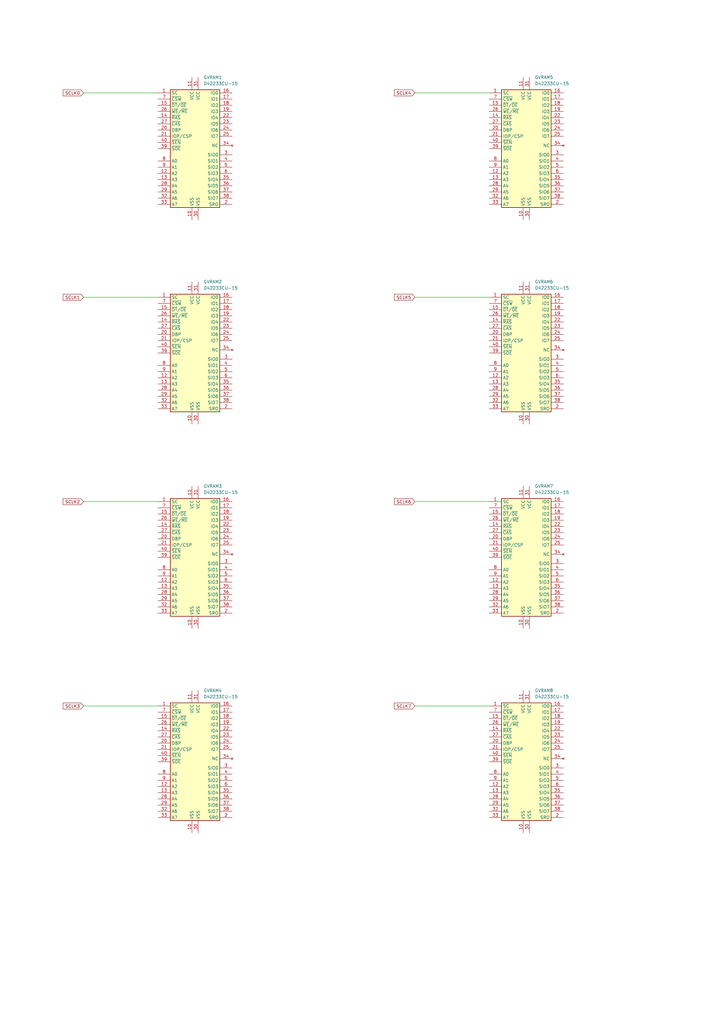
<source format=kicad_sch>
(kicad_sch (version 20230121) (generator eeschema)

  (uuid cac58be8-a0e8-4147-9f3f-a5018fc5d67a)

  (paper "A3" portrait)

  (lib_symbols
    (symbol "88va_Library:uD42233CU" (in_bom yes) (on_board yes)
      (property "Reference" "GVRAM" (at 6.35 27.94 0)
        (effects (font (size 1.27 1.27)))
      )
      (property "Value" "D42233CU-15" (at 10.16 25.4 0)
        (effects (font (size 1.27 1.27)))
      )
      (property "Footprint" "88va_Library:uPD42233CU" (at 0 0 0)
        (effects (font (size 1.27 1.27)) hide)
      )
      (property "Datasheet" "https://www.alldatasheet.jp/html-pdf/145411/NEC/UPD42232CU-15/60/1/UPD42232CU-15.html" (at -1.27 -10.16 0)
        (effects (font (size 1.27 1.27)) hide)
      )
      (symbol "uD42233CU_1_0"
        (pin input line (at -15.24 21.59 0) (length 5.08)
          (name "SC" (effects (font (size 1.27 1.27))))
          (number "1" (effects (font (size 1.27 1.27))))
        )
        (pin power_in line (at -1.27 -30.48 90) (length 5.08)
          (name "VSS" (effects (font (size 1.27 1.27))))
          (number "10" (effects (font (size 1.27 1.27))))
        )
        (pin power_in line (at -1.27 27.94 270) (length 5.08)
          (name "VCC" (effects (font (size 1.27 1.27))))
          (number "11" (effects (font (size 1.27 1.27))))
        )
        (pin input line (at -15.24 -11.43 0) (length 5.08)
          (name "A2" (effects (font (size 1.27 1.27))))
          (number "12" (effects (font (size 1.27 1.27))))
        )
        (pin input line (at -15.24 -13.97 0) (length 5.08)
          (name "A3" (effects (font (size 1.27 1.27))))
          (number "13" (effects (font (size 1.27 1.27))))
        )
        (pin input line (at -15.24 11.43 0) (length 5.08)
          (name "~{RAS}" (effects (font (size 1.27 1.27))))
          (number "14" (effects (font (size 1.27 1.27))))
        )
        (pin input line (at -15.24 16.51 0) (length 5.08)
          (name "~{DT}/~{OE}" (effects (font (size 1.27 1.27))))
          (number "15" (effects (font (size 1.27 1.27))))
        )
        (pin bidirectional line (at 15.24 21.59 180) (length 5.08)
          (name "IO0" (effects (font (size 1.27 1.27))))
          (number "16" (effects (font (size 1.27 1.27))))
        )
        (pin bidirectional line (at 15.24 19.05 180) (length 5.08)
          (name "IO1" (effects (font (size 1.27 1.27))))
          (number "17" (effects (font (size 1.27 1.27))))
        )
        (pin bidirectional line (at 15.24 16.51 180) (length 5.08)
          (name "IO2" (effects (font (size 1.27 1.27))))
          (number "18" (effects (font (size 1.27 1.27))))
        )
        (pin bidirectional line (at 15.24 13.97 180) (length 5.08)
          (name "IO3" (effects (font (size 1.27 1.27))))
          (number "19" (effects (font (size 1.27 1.27))))
        )
        (pin output line (at 15.24 -24.13 180) (length 5.08)
          (name "SRO" (effects (font (size 1.27 1.27))))
          (number "2" (effects (font (size 1.27 1.27))))
        )
        (pin input line (at -15.24 6.35 0) (length 5.08)
          (name "DBP" (effects (font (size 1.27 1.27))))
          (number "20" (effects (font (size 1.27 1.27))))
        )
        (pin bidirectional line (at -15.24 3.81 0) (length 5.08)
          (name "IOP/CSP" (effects (font (size 1.27 1.27))))
          (number "21" (effects (font (size 1.27 1.27))))
        )
        (pin bidirectional line (at 15.24 11.43 180) (length 5.08)
          (name "IO4" (effects (font (size 1.27 1.27))))
          (number "22" (effects (font (size 1.27 1.27))))
        )
        (pin bidirectional line (at 15.24 8.89 180) (length 5.08)
          (name "IO5" (effects (font (size 1.27 1.27))))
          (number "23" (effects (font (size 1.27 1.27))))
        )
        (pin bidirectional line (at 15.24 6.35 180) (length 5.08)
          (name "IO6" (effects (font (size 1.27 1.27))))
          (number "24" (effects (font (size 1.27 1.27))))
        )
        (pin bidirectional line (at 15.24 3.81 180) (length 5.08)
          (name "IO7" (effects (font (size 1.27 1.27))))
          (number "25" (effects (font (size 1.27 1.27))))
        )
        (pin input line (at -15.24 13.97 0) (length 5.08)
          (name "~{WE}/~{ME}" (effects (font (size 1.27 1.27))))
          (number "26" (effects (font (size 1.27 1.27))))
        )
        (pin input line (at -15.24 8.89 0) (length 5.08)
          (name "~{CAS}" (effects (font (size 1.27 1.27))))
          (number "27" (effects (font (size 1.27 1.27))))
        )
        (pin input line (at -15.24 -16.51 0) (length 5.08)
          (name "A4" (effects (font (size 1.27 1.27))))
          (number "28" (effects (font (size 1.27 1.27))))
        )
        (pin input line (at -15.24 -19.05 0) (length 5.08)
          (name "A5" (effects (font (size 1.27 1.27))))
          (number "29" (effects (font (size 1.27 1.27))))
        )
        (pin bidirectional line (at 15.24 -3.81 180) (length 5.08)
          (name "SIO0" (effects (font (size 1.27 1.27))))
          (number "3" (effects (font (size 1.27 1.27))))
        )
        (pin power_in line (at 1.27 -30.48 90) (length 5.08)
          (name "VSS" (effects (font (size 1.27 1.27))))
          (number "30" (effects (font (size 1.27 1.27))))
        )
        (pin power_in line (at 1.27 27.94 270) (length 5.08)
          (name "VCC" (effects (font (size 1.27 1.27))))
          (number "31" (effects (font (size 1.27 1.27))))
        )
        (pin input line (at -15.24 -21.59 0) (length 5.08)
          (name "A6" (effects (font (size 1.27 1.27))))
          (number "32" (effects (font (size 1.27 1.27))))
        )
        (pin input line (at -15.24 -24.13 0) (length 5.08)
          (name "A7" (effects (font (size 1.27 1.27))))
          (number "33" (effects (font (size 1.27 1.27))))
        )
        (pin no_connect line (at 15.24 0 180) (length 5.08)
          (name "NC" (effects (font (size 1.27 1.27))))
          (number "34" (effects (font (size 1.27 1.27))))
        )
        (pin bidirectional line (at 15.24 -13.97 180) (length 5.08)
          (name "SIO4" (effects (font (size 1.27 1.27))))
          (number "35" (effects (font (size 1.27 1.27))))
        )
        (pin bidirectional line (at 15.24 -16.51 180) (length 5.08)
          (name "SIO5" (effects (font (size 1.27 1.27))))
          (number "36" (effects (font (size 1.27 1.27))))
        )
        (pin bidirectional line (at 15.24 -19.05 180) (length 5.08)
          (name "SIO6" (effects (font (size 1.27 1.27))))
          (number "37" (effects (font (size 1.27 1.27))))
        )
        (pin bidirectional line (at 15.24 -21.59 180) (length 5.08)
          (name "SIO7" (effects (font (size 1.27 1.27))))
          (number "38" (effects (font (size 1.27 1.27))))
        )
        (pin input line (at -15.24 -1.27 0) (length 5.08)
          (name "~{SOE}" (effects (font (size 1.27 1.27))))
          (number "39" (effects (font (size 1.27 1.27))))
        )
        (pin bidirectional line (at 15.24 -6.35 180) (length 5.08)
          (name "SIO1" (effects (font (size 1.27 1.27))))
          (number "4" (effects (font (size 1.27 1.27))))
        )
        (pin input line (at -15.24 1.27 0) (length 5.08)
          (name "~{SEN}" (effects (font (size 1.27 1.27))))
          (number "40" (effects (font (size 1.27 1.27))))
        )
        (pin bidirectional line (at 15.24 -8.89 180) (length 5.08)
          (name "SIO2" (effects (font (size 1.27 1.27))))
          (number "5" (effects (font (size 1.27 1.27))))
        )
        (pin bidirectional line (at 15.24 -11.43 180) (length 5.08)
          (name "SIO3" (effects (font (size 1.27 1.27))))
          (number "6" (effects (font (size 1.27 1.27))))
        )
        (pin input line (at -15.24 19.05 0) (length 5.08)
          (name "~{CSW}" (effects (font (size 1.27 1.27))))
          (number "7" (effects (font (size 1.27 1.27))))
        )
        (pin input line (at -15.24 -6.35 0) (length 5.08)
          (name "A0" (effects (font (size 1.27 1.27))))
          (number "8" (effects (font (size 1.27 1.27))))
        )
        (pin input line (at -15.24 -8.89 0) (length 5.08)
          (name "A1" (effects (font (size 1.27 1.27))))
          (number "9" (effects (font (size 1.27 1.27))))
        )
      )
      (symbol "uD42233CU_1_1"
        (rectangle (start -10.16 22.86) (end 10.16 -25.4)
          (stroke (width 0.254) (type default))
          (fill (type background))
        )
      )
    )
  )


  (wire (pts (xy 34.29 121.92) (xy 64.77 121.92))
    (stroke (width 0) (type default))
    (uuid 1a19ba47-e10c-42fd-9e11-735cc38ce0e8)
  )
  (wire (pts (xy 34.29 205.74) (xy 64.77 205.74))
    (stroke (width 0) (type default))
    (uuid 1b90f01b-bd02-47da-9940-2af87a69e5ba)
  )
  (wire (pts (xy 34.29 289.56) (xy 64.77 289.56))
    (stroke (width 0) (type default))
    (uuid 24a483f5-e755-4aaf-bd6f-3157cdd1958a)
  )
  (wire (pts (xy 170.18 289.56) (xy 200.66 289.56))
    (stroke (width 0) (type default))
    (uuid 28cc5f2d-6cb9-4503-a299-fc8042f4a801)
  )
  (wire (pts (xy 170.18 205.74) (xy 200.66 205.74))
    (stroke (width 0) (type default))
    (uuid 5bbfa38a-0b4a-4902-9ec5-b2bba4456c88)
  )
  (wire (pts (xy 170.18 38.1) (xy 200.66 38.1))
    (stroke (width 0) (type default))
    (uuid 87ad9d41-5b05-4ead-9828-03c92582c959)
  )
  (wire (pts (xy 34.29 38.1) (xy 64.77 38.1))
    (stroke (width 0) (type default))
    (uuid 9026d685-5ba3-496f-b9e6-6ec7fa7f9984)
  )
  (wire (pts (xy 170.18 121.92) (xy 200.66 121.92))
    (stroke (width 0) (type default))
    (uuid a6853f07-f8ea-4057-8aaf-e740afd94d52)
  )

  (global_label "SCLK4" (shape input) (at 170.18 38.1 180) (fields_autoplaced)
    (effects (font (size 1.27 1.27)) (justify right))
    (uuid 09a143f5-2e77-4b34-a221-90ecf24b7504)
    (property "Intersheetrefs" "${INTERSHEET_REFS}" (at 161.2077 38.1 0)
      (effects (font (size 1.27 1.27)) (justify right) hide)
    )
  )
  (global_label "SCLK7" (shape input) (at 170.18 289.56 180) (fields_autoplaced)
    (effects (font (size 1.27 1.27)) (justify right))
    (uuid 0d2aff94-93e4-4b03-8a9b-207ac51d4fdc)
    (property "Intersheetrefs" "${INTERSHEET_REFS}" (at 161.2077 289.56 0)
      (effects (font (size 1.27 1.27)) (justify right) hide)
    )
  )
  (global_label "SCLK0" (shape input) (at 34.29 38.1 180) (fields_autoplaced)
    (effects (font (size 1.27 1.27)) (justify right))
    (uuid 2115548a-d4d5-416b-bfba-716935579573)
    (property "Intersheetrefs" "${INTERSHEET_REFS}" (at 25.3177 38.1 0)
      (effects (font (size 1.27 1.27)) (justify right) hide)
    )
  )
  (global_label "SCLK1" (shape input) (at 34.29 121.92 180) (fields_autoplaced)
    (effects (font (size 1.27 1.27)) (justify right))
    (uuid 231de8e9-0639-433c-b800-c130a09e357f)
    (property "Intersheetrefs" "${INTERSHEET_REFS}" (at 25.3177 121.92 0)
      (effects (font (size 1.27 1.27)) (justify right) hide)
    )
  )
  (global_label "SCLK5" (shape input) (at 170.18 121.92 180) (fields_autoplaced)
    (effects (font (size 1.27 1.27)) (justify right))
    (uuid 40a46bb6-7f5e-45ff-bc69-6b87eff17f4d)
    (property "Intersheetrefs" "${INTERSHEET_REFS}" (at 161.2077 121.92 0)
      (effects (font (size 1.27 1.27)) (justify right) hide)
    )
  )
  (global_label "SCLK3" (shape input) (at 34.29 289.56 180) (fields_autoplaced)
    (effects (font (size 1.27 1.27)) (justify right))
    (uuid 88e12373-5257-419e-8a13-f3db7bbff742)
    (property "Intersheetrefs" "${INTERSHEET_REFS}" (at 25.3177 289.56 0)
      (effects (font (size 1.27 1.27)) (justify right) hide)
    )
  )
  (global_label "SCLK2" (shape input) (at 34.29 205.74 180) (fields_autoplaced)
    (effects (font (size 1.27 1.27)) (justify right))
    (uuid eb63415d-f19b-4b8d-bab5-ebe772fadbd8)
    (property "Intersheetrefs" "${INTERSHEET_REFS}" (at 25.3177 205.74 0)
      (effects (font (size 1.27 1.27)) (justify right) hide)
    )
  )
  (global_label "SCLK6" (shape input) (at 170.18 205.74 180) (fields_autoplaced)
    (effects (font (size 1.27 1.27)) (justify right))
    (uuid f6083abd-a49a-4afd-8739-da6260ff464f)
    (property "Intersheetrefs" "${INTERSHEET_REFS}" (at 161.2077 205.74 0)
      (effects (font (size 1.27 1.27)) (justify right) hide)
    )
  )

  (symbol (lib_id "88va_Library:uD42233CU") (at 215.9 311.15 0) (unit 1)
    (in_bom yes) (on_board yes) (dnp no) (fields_autoplaced)
    (uuid 000e254f-0d08-415a-8d99-f7c1b5d5f634)
    (property "Reference" "GVRAM8" (at 219.3641 283.21 0)
      (effects (font (size 1.27 1.27)) (justify left))
    )
    (property "Value" "D42233CU-15" (at 219.3641 285.75 0)
      (effects (font (size 1.27 1.27)) (justify left))
    )
    (property "Footprint" "88va_Library:uPD42233CU" (at 215.9 311.15 0)
      (effects (font (size 1.27 1.27)) hide)
    )
    (property "Datasheet" "https://www.alldatasheet.jp/html-pdf/145411/NEC/UPD42232CU-15/60/1/UPD42232CU-15.html" (at 214.63 321.31 0)
      (effects (font (size 1.27 1.27)) hide)
    )
    (pin "14" (uuid dd94b946-0125-400c-8df2-d0d4bcfbc765))
    (pin "11" (uuid 00cbacf5-6755-491b-92ff-fc5e4899d001))
    (pin "15" (uuid e6b49989-3642-492b-8869-ef8fe1ceae4a))
    (pin "12" (uuid 526da09b-28e6-4811-bd72-c351e5a59ad7))
    (pin "10" (uuid 32206ad4-5606-41a8-b6d3-3e21f7612697))
    (pin "13" (uuid f86fc54a-9524-4d91-a747-92bc8f85121a))
    (pin "1" (uuid bedb46b2-bb1a-40c1-a2ef-7da8eb9424d0))
    (pin "16" (uuid e22070bc-28af-4982-be87-4ed4a8ebc60f))
    (pin "18" (uuid bd373b14-0940-4408-bead-c205f00f4a61))
    (pin "2" (uuid d96ff529-a8f5-4d5c-af54-b6151e4ed884))
    (pin "19" (uuid e48d7ac4-95aa-4c2b-87f2-c35801d577a5))
    (pin "17" (uuid e75dc210-c346-4fc9-82f9-b6137589b8db))
    (pin "20" (uuid dafd615c-a026-4fc2-ab9c-cea6e64f6bf7))
    (pin "21" (uuid eac7d09b-4ebf-4b89-a2a3-63479b0d1b4e))
    (pin "23" (uuid 3c56db7b-0eea-41af-b067-0fb6fa09bef8))
    (pin "24" (uuid c072a018-8fc8-45b2-9f8e-e5ff9b34b510))
    (pin "27" (uuid 0181e0ca-67b6-4ef1-8721-d9402e06741f))
    (pin "3" (uuid 20d852e4-6e09-458a-86e7-9aa43f7d171a))
    (pin "28" (uuid 5c15d7d4-9c01-4f85-bde1-08439a196fba))
    (pin "34" (uuid 6535ec4d-6798-4b6c-9ed3-b3040a19565c))
    (pin "35" (uuid 757d3c97-3ae7-41ef-9e25-ae07a2ee4dab))
    (pin "30" (uuid d423af9e-20a3-415b-8a82-eaa312e29519))
    (pin "38" (uuid 431c899a-4f0a-469c-b9dd-dfeb7faa990d))
    (pin "31" (uuid f8d9b0a4-bb47-4f2f-8625-cab4df80fb3c))
    (pin "40" (uuid 6cc932df-1689-4902-b41b-eef0a2fc9af1))
    (pin "32" (uuid 90cbeb6c-49a6-447d-9215-234f6fcb5074))
    (pin "4" (uuid dfa8552b-8b76-4b3b-8cb5-9fc020399a1f))
    (pin "26" (uuid 1b39f37c-e236-4a2c-a935-ceb0005de82b))
    (pin "5" (uuid 340f35ce-4268-4071-afd5-191ec4a2a28c))
    (pin "6" (uuid 25af74be-abdc-4f00-a34b-369cae5a0108))
    (pin "36" (uuid 4a4d818f-a565-4a37-8548-90d4fba7517f))
    (pin "7" (uuid 6d602eb9-9c1c-4421-93af-a0e9616ff7c9))
    (pin "8" (uuid c6830855-7a6e-46d6-bb82-73d9b070c7d6))
    (pin "22" (uuid 2358f116-b0fa-4749-9280-af644dfc7260))
    (pin "9" (uuid 9cafd605-86a0-47d0-a29c-eb2f50097e9d))
    (pin "33" (uuid c293c2b4-4ce9-4a4d-8be9-3b8c78220e07))
    (pin "25" (uuid 98a8d11f-0d4d-4199-a88a-53da43c16294))
    (pin "37" (uuid 812758a9-3f6a-4cec-a820-808f53111f40))
    (pin "29" (uuid 2648ce76-d148-4636-94b8-30bb4567cd1b))
    (pin "39" (uuid 511b37c9-a84d-4a85-b094-cc59fb5271f7))
    (instances
      (project "88va2-circuit"
        (path "/8cd193ae-a369-4130-9ba4-f2075fa60e2b/76916e6e-91c4-4399-b840-8694698835e3"
          (reference "GVRAM8") (unit 1)
        )
      )
    )
  )

  (symbol (lib_id "88va_Library:uD42233CU") (at 215.9 59.69 0) (unit 1)
    (in_bom yes) (on_board yes) (dnp no) (fields_autoplaced)
    (uuid 10307712-1c51-4c05-a5ec-5f1e2b9ac0f1)
    (property "Reference" "GVRAM5" (at 219.3641 31.75 0)
      (effects (font (size 1.27 1.27)) (justify left))
    )
    (property "Value" "D42233CU-15" (at 219.3641 34.29 0)
      (effects (font (size 1.27 1.27)) (justify left))
    )
    (property "Footprint" "88va_Library:uPD42233CU" (at 215.9 59.69 0)
      (effects (font (size 1.27 1.27)) hide)
    )
    (property "Datasheet" "https://www.alldatasheet.jp/html-pdf/145411/NEC/UPD42232CU-15/60/1/UPD42232CU-15.html" (at 214.63 69.85 0)
      (effects (font (size 1.27 1.27)) hide)
    )
    (pin "14" (uuid d25be1ef-f128-408b-abed-974184b5c513))
    (pin "11" (uuid ca1bfd51-4d01-4dbe-b945-32f6add67abb))
    (pin "15" (uuid 0e200d04-f6e1-4d11-8aaa-d8bdbf438978))
    (pin "12" (uuid 5fd922f8-b77e-4db1-8306-35518cbe6974))
    (pin "10" (uuid 02b6fe88-25fd-4d38-acde-2374774a0ad8))
    (pin "13" (uuid 33d88072-282f-451c-91bc-04d6e0cd9aa4))
    (pin "1" (uuid 24fab482-9533-4f9e-8edf-eac654e95584))
    (pin "16" (uuid b5352dc1-3d45-418b-a4ae-f413070c44b1))
    (pin "18" (uuid db513f4a-49bf-476d-a67b-3b8f265c5d9e))
    (pin "2" (uuid aee14f11-88c7-468f-964b-4da57cb3da04))
    (pin "19" (uuid 0d42d856-9f16-4e30-95d3-120228f0c08e))
    (pin "17" (uuid 8f336af1-0aee-4b1f-910b-97b5fd9da6b1))
    (pin "20" (uuid 30bd39b9-4c5c-435e-9645-c21e6feb4473))
    (pin "21" (uuid a1085c7a-6415-44c4-a372-158a8fe98c17))
    (pin "23" (uuid 18707a69-d5cb-43c7-ada3-d18e02ddda80))
    (pin "24" (uuid 944c1e2d-1d30-4f84-a551-cd4c1ad590e1))
    (pin "27" (uuid fbb5e6b2-0f84-41ee-b478-dd07993a7cb0))
    (pin "3" (uuid ab4b1283-7400-4df6-805d-7d033e63856d))
    (pin "28" (uuid a3ba0c4c-ab09-4cb8-a6c3-293992c6eb9c))
    (pin "34" (uuid 81294267-9691-4a8b-b51d-780880c5cd1b))
    (pin "35" (uuid 5c1ed458-62c8-4511-afab-d3888bee5533))
    (pin "30" (uuid 6e23d4af-ed4f-48f7-927a-4bf781d95176))
    (pin "38" (uuid cd8b3471-abd3-414d-bfb8-0380d69ce52a))
    (pin "31" (uuid f6b3e035-d4aa-427d-a3f6-907b5d668afc))
    (pin "40" (uuid 94cdbaa4-c969-41e4-a40c-30b3f8b35fbc))
    (pin "32" (uuid 34878ec2-463b-452b-a0ae-5c3db512d083))
    (pin "4" (uuid 3c59feb7-fdc6-48b3-9081-43bd4e890a4f))
    (pin "26" (uuid c5d68076-dfa7-4652-8c0f-d08b8c588e3f))
    (pin "5" (uuid 3f6f6773-427f-407a-8f3c-bb577d267a4c))
    (pin "6" (uuid 13259733-8249-4873-970c-3ec8b09ec960))
    (pin "36" (uuid 07d289a3-ae8e-43fd-974e-2ea87b639fae))
    (pin "7" (uuid 15c26e80-d81b-43e7-b626-3802d6abc923))
    (pin "8" (uuid 96779d97-b1b7-4572-9361-4b791ab7eae3))
    (pin "22" (uuid 020bc2bb-aebe-4c19-8a35-a7861a89f6d8))
    (pin "9" (uuid b523705f-1f14-479e-96bb-f2229bf0a663))
    (pin "33" (uuid bff1b4b3-64c7-4815-a89c-c71c434fe8e0))
    (pin "25" (uuid b92f844f-4e2d-438f-9712-9e63ee9b46f8))
    (pin "37" (uuid ce2bc410-fa6b-4437-b5be-2b31d484d10b))
    (pin "29" (uuid e873d64d-688f-412f-b595-16c0ee4b97d3))
    (pin "39" (uuid c102dd5a-58f8-4a2d-b291-f8e46b13f0de))
    (instances
      (project "88va2-circuit"
        (path "/8cd193ae-a369-4130-9ba4-f2075fa60e2b/76916e6e-91c4-4399-b840-8694698835e3"
          (reference "GVRAM5") (unit 1)
        )
      )
    )
  )

  (symbol (lib_id "88va_Library:uD42233CU") (at 80.01 311.15 0) (unit 1)
    (in_bom yes) (on_board yes) (dnp no) (fields_autoplaced)
    (uuid 5f667836-53c0-4dff-be1a-42d1e7453274)
    (property "Reference" "GVRAM4" (at 83.4741 283.21 0)
      (effects (font (size 1.27 1.27)) (justify left))
    )
    (property "Value" "D42233CU-15" (at 83.4741 285.75 0)
      (effects (font (size 1.27 1.27)) (justify left))
    )
    (property "Footprint" "88va_Library:uPD42233CU" (at 80.01 311.15 0)
      (effects (font (size 1.27 1.27)) hide)
    )
    (property "Datasheet" "https://www.alldatasheet.jp/html-pdf/145411/NEC/UPD42232CU-15/60/1/UPD42232CU-15.html" (at 78.74 321.31 0)
      (effects (font (size 1.27 1.27)) hide)
    )
    (pin "14" (uuid 15bd0947-2407-4365-b98a-bc95f20ee658))
    (pin "11" (uuid c6e87e22-efed-4e0c-a7b0-1e5f2ee431a0))
    (pin "15" (uuid abf22826-542c-402c-9bb2-e0f50b26365c))
    (pin "12" (uuid 321d145c-e70b-4a5a-899e-4f389e5a9602))
    (pin "10" (uuid 7f1c8b57-1707-49d8-aea6-389b0e98a519))
    (pin "13" (uuid 7219cc91-e841-4990-bbd5-ee2f7a1d4b26))
    (pin "1" (uuid 03649136-fb50-4324-bf35-68552eed3a1a))
    (pin "16" (uuid 1d710cd1-58c6-4463-bd95-5d93d8b25cf9))
    (pin "18" (uuid 1e25d22f-eaa1-4358-b17a-6e91e98da5d9))
    (pin "2" (uuid 9032520b-d615-4948-9605-f584bbd97051))
    (pin "19" (uuid 1722ebac-3a4d-4dc6-b1ac-4788fd63aadd))
    (pin "17" (uuid 84655e5f-d1ad-4091-b75b-6215b8139b55))
    (pin "20" (uuid f1ebce94-79c2-4a70-97b1-61e82865ef92))
    (pin "21" (uuid 670a9b4d-2796-4882-86e2-6b286601dca9))
    (pin "23" (uuid 02cac028-b819-42f0-b421-04191bde75c0))
    (pin "24" (uuid 9d715434-2d03-4a15-ba09-c31a7bcb5281))
    (pin "27" (uuid 5834ea37-ce02-4007-a76b-bd2f6869cbb6))
    (pin "3" (uuid 5cd992e6-2de2-45f6-b23c-d1b7c0b0b4c3))
    (pin "28" (uuid f6bea91c-7892-438b-83b0-c2c2f597d3c0))
    (pin "34" (uuid 55e8e136-2fb4-4406-a4c2-239fc950a834))
    (pin "35" (uuid 74f32071-4d4e-4339-8163-a53032644474))
    (pin "30" (uuid 14c4344d-92a4-419c-8ece-2aa3cc54a249))
    (pin "38" (uuid eaea9728-795a-401a-84a5-a4a234fdd815))
    (pin "31" (uuid 04f82c34-624f-495a-8d7a-9f004759a2fd))
    (pin "40" (uuid 813d4f60-5a3e-43d9-85d0-325ebabeeffe))
    (pin "32" (uuid 6f049141-8f2e-47a6-a905-d9426128900e))
    (pin "4" (uuid f4d28fd6-4177-43a2-884d-9ac9f06cd372))
    (pin "26" (uuid fa349e03-a3cc-457f-b0e1-8048f3569dce))
    (pin "5" (uuid dd83949d-b8ee-4144-8010-0199b57eb589))
    (pin "6" (uuid 5af7d0e2-cf95-49bb-a40b-604e373136ba))
    (pin "36" (uuid e5f96e10-e401-4805-94e3-7612c6d467a8))
    (pin "7" (uuid 92957872-eb10-4e12-8bbe-b402ef783391))
    (pin "8" (uuid 13d982c7-2db2-46e7-823a-0f79c3160721))
    (pin "22" (uuid 5c99d8f2-7cb6-4ccf-83fe-141549eb0166))
    (pin "9" (uuid 5dc4f6bb-09da-4e42-a621-9d0631aa193e))
    (pin "33" (uuid 883e9227-8881-4152-8869-6f956ab31480))
    (pin "25" (uuid 549d2a8a-adb7-43bc-975f-bd1250c70bfd))
    (pin "37" (uuid a4669707-ce6a-4743-9ab2-9addc37741cf))
    (pin "29" (uuid 386488e4-3b4b-4fd9-bb28-8962cc28414a))
    (pin "39" (uuid a78afafb-bcbd-420c-b2ae-0edef1f7d7f9))
    (instances
      (project "88va2-circuit"
        (path "/8cd193ae-a369-4130-9ba4-f2075fa60e2b/76916e6e-91c4-4399-b840-8694698835e3"
          (reference "GVRAM4") (unit 1)
        )
      )
    )
  )

  (symbol (lib_id "88va_Library:uD42233CU") (at 80.01 59.69 0) (unit 1)
    (in_bom yes) (on_board yes) (dnp no) (fields_autoplaced)
    (uuid 6c48fa0f-dcfa-4bf8-96b8-a1300b5bec14)
    (property "Reference" "GVRAM1" (at 83.4741 31.75 0)
      (effects (font (size 1.27 1.27)) (justify left))
    )
    (property "Value" "D42233CU-15" (at 83.4741 34.29 0)
      (effects (font (size 1.27 1.27)) (justify left))
    )
    (property "Footprint" "88va_Library:uPD42233CU" (at 80.01 59.69 0)
      (effects (font (size 1.27 1.27)) hide)
    )
    (property "Datasheet" "https://www.alldatasheet.jp/html-pdf/145411/NEC/UPD42232CU-15/60/1/UPD42232CU-15.html" (at 78.74 69.85 0)
      (effects (font (size 1.27 1.27)) hide)
    )
    (pin "14" (uuid a9a6950c-b94b-4704-85a7-1c0f66967b47))
    (pin "11" (uuid 662425bb-17b8-46bb-85f2-3e5667b76d4a))
    (pin "15" (uuid 014485ca-f46b-4894-9ba2-9f0925117ffc))
    (pin "12" (uuid 48fef722-e4aa-4071-8c4a-e4aab07e7137))
    (pin "10" (uuid b63dcb8d-4e8e-436e-9d83-d8ba3f780923))
    (pin "13" (uuid 719f597d-3a10-4fbc-ae6e-b054f11c4c79))
    (pin "1" (uuid 64ae0501-fdce-41f8-862b-60981d2c4aa7))
    (pin "16" (uuid d36f5d07-8950-4c3a-8f11-fc4deaee0678))
    (pin "18" (uuid 3f529e6f-ddb7-4142-af85-5adfe7341bb2))
    (pin "2" (uuid 41eb17b8-6ed8-42f2-a86a-4e0dca6b23a0))
    (pin "19" (uuid 3f749ced-0d41-4564-8327-5b00a94b6f9c))
    (pin "17" (uuid d2054686-2e0f-412b-8c63-cf797c70f782))
    (pin "20" (uuid 5d3bf4fb-003c-43eb-a2f2-e1abd73fc286))
    (pin "21" (uuid c8f3cd18-9d52-4e53-b3e3-6a800b213229))
    (pin "23" (uuid 4c39106a-954e-4a90-8f86-6f5731116559))
    (pin "24" (uuid c3253d8c-fe2a-4079-a63c-8297742825b6))
    (pin "27" (uuid 9a319636-e0a6-41b0-ab73-c23ccd76c5d7))
    (pin "3" (uuid a702ba05-69a5-4819-b7e9-45c2162faec9))
    (pin "28" (uuid e7bb7dbe-d8ad-4c51-9f5a-2c397a38ed9e))
    (pin "34" (uuid a1b45aad-5809-4dd4-a1c7-fc8d1741e0c8))
    (pin "35" (uuid b8885979-5ce6-4573-a633-afdda03aba2d))
    (pin "30" (uuid 90775cf7-1d20-4f4d-9021-74993e128431))
    (pin "38" (uuid 2a4231aa-df60-441f-b4fa-087ef18eff8c))
    (pin "31" (uuid 6d469964-c54d-4249-8e23-c02b06ce3fcd))
    (pin "40" (uuid 1d7bd7f4-b59f-4179-8c77-e019b4b14c78))
    (pin "32" (uuid e9536d3f-342e-4e04-b59f-04a019c7e924))
    (pin "4" (uuid 91361c8f-405d-405e-a633-6d562967a422))
    (pin "26" (uuid 0cd4d0ff-3bc5-4f8b-a6d4-4c80f14f9a84))
    (pin "5" (uuid bd0acc1b-c973-46cf-8261-5b6c4f006c43))
    (pin "6" (uuid fd169a99-738b-4f61-9001-51769052bf51))
    (pin "36" (uuid 92b7f871-f961-415c-bfba-2fb5ded96185))
    (pin "7" (uuid 9fd2dbca-3d77-4b44-88b6-f84caaaa9e48))
    (pin "8" (uuid e8170443-7fab-4a61-8faa-5b69266ffbf4))
    (pin "22" (uuid dd1ec34b-a1e0-4e24-8977-fe61ece33c58))
    (pin "9" (uuid 7c7b151a-9bfe-4da1-bb64-ca42982f9bb0))
    (pin "33" (uuid f0053440-858d-4120-bc49-4b3d2c5d3f4d))
    (pin "25" (uuid 85a16a9b-0833-42b0-88af-caad74643a06))
    (pin "37" (uuid 4f359bd7-8271-4044-82f5-367382b4ebbf))
    (pin "29" (uuid 2c00f2c1-5a60-4fa7-83e2-61d3a82925dd))
    (pin "39" (uuid 9db10f42-8d6e-419a-8bf9-273f2c402a5a))
    (instances
      (project "88va2-circuit"
        (path "/8cd193ae-a369-4130-9ba4-f2075fa60e2b/76916e6e-91c4-4399-b840-8694698835e3"
          (reference "GVRAM1") (unit 1)
        )
      )
    )
  )

  (symbol (lib_id "88va_Library:uD42233CU") (at 80.01 143.51 0) (unit 1)
    (in_bom yes) (on_board yes) (dnp no) (fields_autoplaced)
    (uuid 8bd009c2-9a24-437c-8eb1-bb6065321528)
    (property "Reference" "GVRAM2" (at 83.4741 115.57 0)
      (effects (font (size 1.27 1.27)) (justify left))
    )
    (property "Value" "D42233CU-15" (at 83.4741 118.11 0)
      (effects (font (size 1.27 1.27)) (justify left))
    )
    (property "Footprint" "88va_Library:uPD42233CU" (at 80.01 143.51 0)
      (effects (font (size 1.27 1.27)) hide)
    )
    (property "Datasheet" "https://www.alldatasheet.jp/html-pdf/145411/NEC/UPD42232CU-15/60/1/UPD42232CU-15.html" (at 78.74 153.67 0)
      (effects (font (size 1.27 1.27)) hide)
    )
    (pin "14" (uuid 27870c7e-69a0-4123-800b-9ea1172157d0))
    (pin "11" (uuid 36fba1b6-66d4-4885-8aac-ff31d8dc9551))
    (pin "15" (uuid 234466e1-fb12-4ebb-b2d0-f8407c0de86c))
    (pin "12" (uuid 51db0a80-ae5b-4370-a598-db737069b936))
    (pin "10" (uuid c43dbee3-e100-4a67-b43c-9a2f32e6718f))
    (pin "13" (uuid 7bdf1c00-fc65-401c-83bd-9dd3789165ca))
    (pin "1" (uuid 361beee4-d6b5-41cb-8efb-9282cb450873))
    (pin "16" (uuid d9fbedd6-4e80-4fdd-9f0e-ba82ccbac9fd))
    (pin "18" (uuid 95c3d5ca-b24d-4a85-a868-3cf56428ab0d))
    (pin "2" (uuid 7f3fa958-6008-4034-8273-ec5c2b5b973f))
    (pin "19" (uuid 42b971d8-d08e-4ca8-911c-aa482247c70c))
    (pin "17" (uuid d21cd233-1418-43ff-ba25-9133be598b46))
    (pin "20" (uuid adcc22e2-d88d-45c9-91f3-b58fe656e601))
    (pin "21" (uuid 44621cef-38a1-4e60-ae85-99051d2d6df6))
    (pin "23" (uuid 6947ea0c-f28b-4e53-8ecf-67c16b32bd4b))
    (pin "24" (uuid 5cb7f740-994f-4ead-8699-1b4c40bfb9b0))
    (pin "27" (uuid c5feba67-a274-4095-a4fc-27dc9219dc1b))
    (pin "3" (uuid 2c238c44-3054-450f-abb7-ebb0da7ab86d))
    (pin "28" (uuid ad996a64-c1af-486c-8ae9-ec16b8cbda54))
    (pin "34" (uuid 4b57976d-9f4d-4c7f-9c3d-33274491f65e))
    (pin "35" (uuid c604aa30-9ff1-466b-9032-aa754b7c7454))
    (pin "30" (uuid 6b751881-b17f-4f8d-8c70-6b3b62db1b04))
    (pin "38" (uuid fdf3da7b-714d-4852-b8b1-18e623b9b9a0))
    (pin "31" (uuid 2deb5d22-cca8-44e7-b455-06806f06d870))
    (pin "40" (uuid 851fe9bf-2182-4cea-a98a-206f200e485a))
    (pin "32" (uuid e600a85a-bf70-4468-9e26-32aa26f6cae7))
    (pin "4" (uuid 0437fafa-64fe-453e-9e1c-ef2c82d26cea))
    (pin "26" (uuid 8e7c572f-265d-4bf0-b1a0-30c4d4b89264))
    (pin "5" (uuid 718c5c9c-6ba1-4668-ac8a-59e5a535a588))
    (pin "6" (uuid 29eaf60d-efe8-4b60-b597-b9d23719ac39))
    (pin "36" (uuid 3e44ff39-11a7-45ed-a715-48486f027bf6))
    (pin "7" (uuid afa67194-63d7-496a-a42e-60722eaf4630))
    (pin "8" (uuid bc521900-0997-4bdf-8c9a-95683e98aeb4))
    (pin "22" (uuid bf7d6701-7cba-44d8-9f24-0cbbad2781f1))
    (pin "9" (uuid 8172cfca-2f9c-4580-bdfd-abf96062e5d4))
    (pin "33" (uuid 94dbb620-1634-4f5d-acde-f20f9b7f8285))
    (pin "25" (uuid 257d31ef-e794-47ef-9ce0-c75f7bd420e5))
    (pin "37" (uuid 6cd6c837-6d31-4b9d-979f-df90d0e920ef))
    (pin "29" (uuid da04a84c-80ef-4dd9-a801-70a23bc417c7))
    (pin "39" (uuid 3be6cd3a-7fd1-4fba-92c3-08820244edcd))
    (instances
      (project "88va2-circuit"
        (path "/8cd193ae-a369-4130-9ba4-f2075fa60e2b/76916e6e-91c4-4399-b840-8694698835e3"
          (reference "GVRAM2") (unit 1)
        )
      )
    )
  )

  (symbol (lib_id "88va_Library:uD42233CU") (at 215.9 227.33 0) (unit 1)
    (in_bom yes) (on_board yes) (dnp no) (fields_autoplaced)
    (uuid ac8524b5-bc55-49b0-98f6-f0e6f06ad44a)
    (property "Reference" "GVRAM7" (at 219.3641 199.39 0)
      (effects (font (size 1.27 1.27)) (justify left))
    )
    (property "Value" "D42233CU-15" (at 219.3641 201.93 0)
      (effects (font (size 1.27 1.27)) (justify left))
    )
    (property "Footprint" "88va_Library:uPD42233CU" (at 215.9 227.33 0)
      (effects (font (size 1.27 1.27)) hide)
    )
    (property "Datasheet" "https://www.alldatasheet.jp/html-pdf/145411/NEC/UPD42232CU-15/60/1/UPD42232CU-15.html" (at 214.63 237.49 0)
      (effects (font (size 1.27 1.27)) hide)
    )
    (pin "14" (uuid 24740215-ec4b-4484-a891-6098d5799c8b))
    (pin "11" (uuid dc2bf3e8-4dc5-444b-97f6-bc01144283d7))
    (pin "15" (uuid 55d798ff-b570-4e27-9071-d4c9e5648320))
    (pin "12" (uuid 5afb7ef7-34f8-48f3-844c-67cfa7826a80))
    (pin "10" (uuid 716c8216-ac03-4ff3-96ab-0a8c355c2558))
    (pin "13" (uuid a8e2e5a9-97d5-485d-b9be-4550fa1e8389))
    (pin "1" (uuid 6f3b3922-ade9-487f-a44c-f2201e9332b9))
    (pin "16" (uuid de068f71-6474-4a1d-b546-3708f1fd5067))
    (pin "18" (uuid 03c514e0-412d-45bd-894b-293d00ec7f5c))
    (pin "2" (uuid 585ba93b-ee52-4d83-a445-0eabe1a9fa17))
    (pin "19" (uuid 04769a30-c3ff-4c14-a549-b7374d8446b2))
    (pin "17" (uuid 5bd22632-a1c0-4483-af28-cc9374ddf236))
    (pin "20" (uuid b53db273-49e5-49be-80ee-920c5e68d51f))
    (pin "21" (uuid 32917383-6865-4d24-a693-0c56325b9894))
    (pin "23" (uuid 00fb09c8-16fc-43a9-9041-3951fa192d89))
    (pin "24" (uuid 8d8c620a-d8b1-43a8-bd6f-443bf7c6faea))
    (pin "27" (uuid 28772980-7788-4415-b995-a23cfb9b2b6a))
    (pin "3" (uuid e58321b2-3044-479c-b31a-0e1ee0fb855b))
    (pin "28" (uuid bbcc53f2-4ff4-4a6e-b821-6181998bd6a3))
    (pin "34" (uuid 96323015-d60c-40a0-a4e5-a9b00a6bf359))
    (pin "35" (uuid dea83229-88c0-4790-820d-1d82e1732270))
    (pin "30" (uuid 268490be-1e7b-47c1-9a0d-5e0673673688))
    (pin "38" (uuid aa9c0a70-2252-43c8-8277-a7b9b7848916))
    (pin "31" (uuid a0db1002-2b46-4db9-b9d9-82ce5ffa3cd7))
    (pin "40" (uuid db63520a-459c-4c98-8749-78b8eebcea1e))
    (pin "32" (uuid 7ee3089e-afff-4b57-9cf6-453863a44b22))
    (pin "4" (uuid 655b573d-b8d7-4fd7-bd24-bf3f37c8768b))
    (pin "26" (uuid 7f1dd5fe-aa9d-43fa-988b-9da5f01273a4))
    (pin "5" (uuid b60a754a-fde2-4101-90b2-edb57447f0b5))
    (pin "6" (uuid 3185f29e-0e72-4cd8-af40-be483cfa8d04))
    (pin "36" (uuid b770c809-874e-4943-8dfa-43db378f8e55))
    (pin "7" (uuid e8aee598-6c66-40ea-b865-6a70353342e2))
    (pin "8" (uuid 9a96eb3a-1fa9-4f24-9120-6202e8784903))
    (pin "22" (uuid 5ab031d3-104f-4277-ad67-2420fd34ef78))
    (pin "9" (uuid 9cda4fb4-b592-46c7-821a-27cf3663d911))
    (pin "33" (uuid ce42ed15-73fd-4e86-9933-258af9e747bf))
    (pin "25" (uuid c70c0403-c762-4fb2-80b9-fc82a9768921))
    (pin "37" (uuid ad57ad91-e40a-484e-bf93-14328a1c8b4f))
    (pin "29" (uuid 93b03fb3-5b27-47e6-8233-9a7b7e807014))
    (pin "39" (uuid 9279b198-0203-447e-a42c-d708b63db1ce))
    (instances
      (project "88va2-circuit"
        (path "/8cd193ae-a369-4130-9ba4-f2075fa60e2b/76916e6e-91c4-4399-b840-8694698835e3"
          (reference "GVRAM7") (unit 1)
        )
      )
    )
  )

  (symbol (lib_id "88va_Library:uD42233CU") (at 80.01 227.33 0) (unit 1)
    (in_bom yes) (on_board yes) (dnp no) (fields_autoplaced)
    (uuid cb97e3f9-add8-40cd-9c32-9a5d0fa4e182)
    (property "Reference" "GVRAM3" (at 83.4741 199.39 0)
      (effects (font (size 1.27 1.27)) (justify left))
    )
    (property "Value" "D42233CU-15" (at 83.4741 201.93 0)
      (effects (font (size 1.27 1.27)) (justify left))
    )
    (property "Footprint" "88va_Library:uPD42233CU" (at 80.01 227.33 0)
      (effects (font (size 1.27 1.27)) hide)
    )
    (property "Datasheet" "https://www.alldatasheet.jp/html-pdf/145411/NEC/UPD42232CU-15/60/1/UPD42232CU-15.html" (at 78.74 237.49 0)
      (effects (font (size 1.27 1.27)) hide)
    )
    (pin "14" (uuid 5a5b5d24-4ef4-4ae6-8ef7-fab58d0797d8))
    (pin "11" (uuid 20d880d8-6913-4936-8b37-2a41aeb698cc))
    (pin "15" (uuid e3395826-9c63-4cb9-86d2-b363d3fc71f7))
    (pin "12" (uuid e5c07489-dde8-4816-ba29-2b1d50cf3602))
    (pin "10" (uuid 38e764e0-f1dc-4785-88da-e8b42f6f0e45))
    (pin "13" (uuid 66efc050-17d2-417a-acc7-f40a77619094))
    (pin "1" (uuid e692de5d-ab2e-49c5-b755-c293a7f0122f))
    (pin "16" (uuid e69aebdf-5a90-4238-a593-de429d5a61fc))
    (pin "18" (uuid c42f05cb-b47b-4f03-bb9d-9f27507e0cdc))
    (pin "2" (uuid e0cc491b-c190-474f-871c-adb5219f616e))
    (pin "19" (uuid 1bd2ebc7-0202-43a7-9044-4caeac81f6b1))
    (pin "17" (uuid b3b48d69-ac16-4edb-9a3e-2dd41d1253d4))
    (pin "20" (uuid 8646f929-ebd4-4996-b39a-189fc63dbd5a))
    (pin "21" (uuid 107e196f-6ee0-489a-9606-20eb98260cb4))
    (pin "23" (uuid b4e57f49-46fa-4c9c-b792-9623e2516d46))
    (pin "24" (uuid 3e5fd2bd-e71e-413f-a8d3-b1c180214efc))
    (pin "27" (uuid d0f7aa1d-f1a3-4a55-894a-b6576ecbb1dd))
    (pin "3" (uuid 7bd1972e-ed0b-49db-9aad-10ef4a5e851e))
    (pin "28" (uuid 26e55b70-9ddd-447f-ba1c-d2f6af2c02ac))
    (pin "34" (uuid 919e90e9-de2d-4a40-9799-25afa6d7a4f6))
    (pin "35" (uuid a97c7296-f239-45ac-9087-261811f28875))
    (pin "30" (uuid 6551fa5b-173c-4db5-8df0-a72ed8b431fd))
    (pin "38" (uuid e69286ed-80c4-47bf-8f85-93dc00ecddbd))
    (pin "31" (uuid 8cd1d7f9-ca24-4479-9555-07d8b6327916))
    (pin "40" (uuid 1e70581c-ed7e-4e21-b5ce-ffb98495f44e))
    (pin "32" (uuid efdcc04d-6327-4e79-bcb1-bcfd44e7ad8a))
    (pin "4" (uuid db5ca405-e5e8-4d40-b85c-b49a685d6aed))
    (pin "26" (uuid 12e38c45-9265-4ac2-878c-290f5b045a0c))
    (pin "5" (uuid b0fdf7a5-1682-4ddb-818f-b683846e24bd))
    (pin "6" (uuid 6f4ee7ee-45e1-4695-8046-6f9e9c4f9282))
    (pin "36" (uuid 89541b77-4e51-4d38-919f-80dd9f43512b))
    (pin "7" (uuid 58fd2bf3-4eb0-4d0a-beaa-01b86073ebba))
    (pin "8" (uuid 96f1df5c-03a6-429b-8e3c-10b3c7bd8373))
    (pin "22" (uuid c3bbbe05-1be3-40a7-bf59-5f6bd6e26607))
    (pin "9" (uuid 2af3821c-b206-494f-9c97-a8268877090e))
    (pin "33" (uuid 5865ff71-a482-4080-a8db-b5fd71562dc8))
    (pin "25" (uuid 18f6530a-63af-40ba-8aba-8762a0a356b9))
    (pin "37" (uuid 53fa81db-38b1-4a92-933e-d2a641bbd641))
    (pin "29" (uuid 9c045368-468c-4777-b61a-dba256a64aa5))
    (pin "39" (uuid 99f5baf7-c268-4ac3-8481-ac9d6aebb977))
    (instances
      (project "88va2-circuit"
        (path "/8cd193ae-a369-4130-9ba4-f2075fa60e2b/76916e6e-91c4-4399-b840-8694698835e3"
          (reference "GVRAM3") (unit 1)
        )
      )
    )
  )

  (symbol (lib_id "88va_Library:uD42233CU") (at 215.9 143.51 0) (unit 1)
    (in_bom yes) (on_board yes) (dnp no) (fields_autoplaced)
    (uuid e0f9d160-03d1-482d-b757-001a497a1d9b)
    (property "Reference" "GVRAM6" (at 219.3641 115.57 0)
      (effects (font (size 1.27 1.27)) (justify left))
    )
    (property "Value" "D42233CU-15" (at 219.3641 118.11 0)
      (effects (font (size 1.27 1.27)) (justify left))
    )
    (property "Footprint" "88va_Library:uPD42233CU" (at 215.9 143.51 0)
      (effects (font (size 1.27 1.27)) hide)
    )
    (property "Datasheet" "https://www.alldatasheet.jp/html-pdf/145411/NEC/UPD42232CU-15/60/1/UPD42232CU-15.html" (at 214.63 153.67 0)
      (effects (font (size 1.27 1.27)) hide)
    )
    (pin "14" (uuid a2f5c0d7-1e62-41ce-8245-ded9c530fcf6))
    (pin "11" (uuid 6facd8e5-bd1d-4fbe-af39-1ad5ea973e14))
    (pin "15" (uuid 4cb8ae9f-ec80-4bed-b9c0-ae82e2e5d70b))
    (pin "12" (uuid 099caef3-6021-4f2f-b7ee-c28edb4780c1))
    (pin "10" (uuid 84b3c33c-23b1-4067-b617-d7c9fb9d1b39))
    (pin "13" (uuid ddf7a36f-e034-4a9c-b440-4e7085f30147))
    (pin "1" (uuid bb5a7fac-0ce3-4c97-b4a4-467424bc792f))
    (pin "16" (uuid ab408924-81e9-4bcf-a44e-72cca47df030))
    (pin "18" (uuid 878912dd-ff17-499b-aa2b-05ff27c0290c))
    (pin "2" (uuid 78926c09-e263-4c99-8def-a42142d41352))
    (pin "19" (uuid 6275b745-baad-43c1-ac68-2604342b8185))
    (pin "17" (uuid e8194f20-bb91-4865-a0ba-bcc08a571f36))
    (pin "20" (uuid ffca41bc-155c-4f34-bb19-d926691274fd))
    (pin "21" (uuid 3b323a52-d275-4c50-a0b8-759d921933fd))
    (pin "23" (uuid fea401d1-51a4-4c7b-9bb6-df0664ef49a2))
    (pin "24" (uuid 5b92b33b-a2d5-40e2-851b-c6f834c5c826))
    (pin "27" (uuid 6f95a8c4-3c79-4227-b24b-925a5387d67a))
    (pin "3" (uuid 926bf2ad-82a1-4660-afd7-faa5a641af62))
    (pin "28" (uuid 5c6b91fa-4866-49b9-9b06-7795b5715b74))
    (pin "34" (uuid 8c532ff3-6980-4d4f-aebd-c72b2225e947))
    (pin "35" (uuid b34d2e2b-be3e-4693-bb71-3cae63d89094))
    (pin "30" (uuid d19982fd-60e5-4b16-b3ba-86539e21f74e))
    (pin "38" (uuid 728bd745-ef30-47d5-b853-1a713f175d84))
    (pin "31" (uuid bf2a0dd6-f31d-4e6f-a4c1-fc5fa416a128))
    (pin "40" (uuid a6439055-644d-4058-9001-984f6ea72259))
    (pin "32" (uuid 7c28990e-c643-494f-a759-43cb6f06c44e))
    (pin "4" (uuid 297fd1a5-61fd-4510-bdd6-bfa2188c2014))
    (pin "26" (uuid bbcf3626-c872-47a6-93e0-aa6de7d5798d))
    (pin "5" (uuid c0058335-0814-44f5-9aed-8f1638b3409d))
    (pin "6" (uuid b5974a6f-2e95-41d0-816f-0fbab78ef654))
    (pin "36" (uuid 0fce7033-983e-4f01-8d73-5ad0e2b91292))
    (pin "7" (uuid c232a7ab-5015-4dda-abc8-2ee115b60ab4))
    (pin "8" (uuid 6eb0d02a-e62d-4e7c-bc10-25b94fd9a4d3))
    (pin "22" (uuid 5f6baa74-6010-4fc8-91f8-beed842050ae))
    (pin "9" (uuid c865b3b0-a18d-46a9-aba9-0f7d9e0a9eae))
    (pin "33" (uuid 57ea3aac-9078-42eb-aec1-e68d3456844d))
    (pin "25" (uuid 46c9fe45-9d2b-4271-a788-341dc9bb9eae))
    (pin "37" (uuid d25044be-b041-4bad-83ae-3efc7841e014))
    (pin "29" (uuid 09c1beeb-ad82-4a8a-9241-77c62343597f))
    (pin "39" (uuid 11a65962-5408-45eb-81df-74a990eb8f20))
    (instances
      (project "88va2-circuit"
        (path "/8cd193ae-a369-4130-9ba4-f2075fa60e2b/76916e6e-91c4-4399-b840-8694698835e3"
          (reference "GVRAM6") (unit 1)
        )
      )
    )
  )
)

</source>
